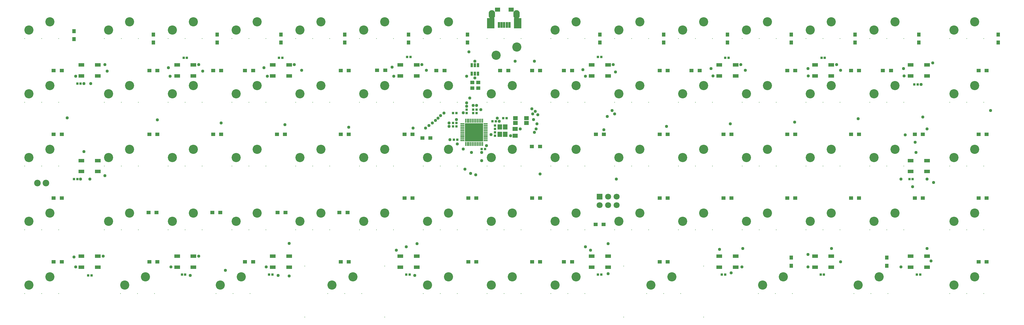
<source format=gbr>
%TF.GenerationSoftware,Altium Limited,Altium Designer,20.2.6 (244)*%
G04 Layer_Color=16711935*
%FSLAX45Y45*%
%MOMM*%
%TF.SameCoordinates,2F107FE3-984A-4B75-92AE-308BEDE16AF6*%
%TF.FilePolarity,Negative*%
%TF.FileFunction,Soldermask,Bot*%
%TF.Part,Single*%
G01*
G75*
%TA.AperFunction,SMDPad,CuDef*%
%ADD50R,0.70000X1.80000*%
%ADD51R,2.30000X3.10000*%
%ADD52R,1.50000X1.20000*%
%ADD53R,1.20000X1.00000*%
%ADD54R,1.70000X1.10000*%
%ADD55R,0.80000X0.80000*%
%ADD56R,0.80000X1.30000*%
%ADD57R,1.00000X1.20000*%
%ADD58R,0.80000X0.80000*%
%ADD59R,1.20000X1.10000*%
%ADD60R,1.35000X1.60000*%
%ADD61R,1.60000X1.20000*%
%ADD62R,1.35000X1.25000*%
%ADD63R,5.50000X5.50000*%
%ADD64R,1.25000X0.45000*%
%ADD65R,0.45000X1.25000*%
%TA.AperFunction,ComponentPad*%
%ADD66O,1.90000X2.60000*%
%ADD67C,2.74000*%
%ADD68C,0.20000*%
%ADD69R,1.80000X1.80000*%
%ADD70C,1.80000*%
%ADD71C,1.97800*%
%TA.AperFunction,ViaPad*%
%ADD72C,0.95000*%
%ADD73C,0.90000*%
D50*
X160000Y410000D02*
D03*
X80000D02*
D03*
X-80000D02*
D03*
X-160000D02*
D03*
X0D02*
D03*
D51*
X400000Y460000D02*
D03*
X-400000D02*
D03*
D52*
X210000Y860000D02*
D03*
X-200000D02*
D03*
D53*
X1072500Y-4762500D02*
D03*
X832500D02*
D03*
X-2205000Y-2975000D02*
D03*
X-2445000D02*
D03*
X-2977500Y-2857500D02*
D03*
X-2737500D02*
D03*
X2970000Y-5550000D02*
D03*
X2730000D02*
D03*
X-4680000Y-5200000D02*
D03*
X-4920000D02*
D03*
X-6530000D02*
D03*
X-6770000D02*
D03*
X-10380000D02*
D03*
X-10620000D02*
D03*
X-8480000D02*
D03*
X-8720000D02*
D03*
X-1072500Y-4762500D02*
D03*
X-832500D02*
D03*
X8452500D02*
D03*
X8692500D02*
D03*
X4642500D02*
D03*
X4882500D02*
D03*
X6547500D02*
D03*
X6787500D02*
D03*
X-3795000Y-950000D02*
D03*
X-3555000D02*
D03*
X830000Y-3225000D02*
D03*
X1070000D02*
D03*
X832500Y-952500D02*
D03*
X1072500D02*
D03*
X-120000D02*
D03*
X120000D02*
D03*
X14407500Y-6667500D02*
D03*
X14167500D02*
D03*
X-4882500Y-2857500D02*
D03*
X-4642500D02*
D03*
X-6787500D02*
D03*
X-6547500D02*
D03*
X-8692500Y-952500D02*
D03*
X-8452500D02*
D03*
X-10597500D02*
D03*
X-10357500D02*
D03*
X-13455000D02*
D03*
X-13214999D02*
D03*
X-2025000D02*
D03*
X-1785000D02*
D03*
X-4882500D02*
D03*
X-4642500D02*
D03*
X-7740000D02*
D03*
X-7500000D02*
D03*
X10357500D02*
D03*
X10597500D02*
D03*
X8692500D02*
D03*
X8452500D02*
D03*
X5595000D02*
D03*
X5835000D02*
D03*
X4642500D02*
D03*
X4882500D02*
D03*
X1785000D02*
D03*
X2025000D02*
D03*
X-8692500Y-2857500D02*
D03*
X-8452500D02*
D03*
X-10597500D02*
D03*
X-10357500D02*
D03*
X-13455000D02*
D03*
X-13214999D02*
D03*
X14167500Y-952500D02*
D03*
X14407500D02*
D03*
X11310000D02*
D03*
X11550000D02*
D03*
X4642500Y-6667500D02*
D03*
X4882500D02*
D03*
X1785000D02*
D03*
X2025000D02*
D03*
X832500D02*
D03*
X1072500D02*
D03*
X-1072500D02*
D03*
X-832500D02*
D03*
X-4882500D02*
D03*
X-4642500D02*
D03*
X-7500000D02*
D03*
X-7740000D02*
D03*
X-10597500D02*
D03*
X-10357500D02*
D03*
X-13455000D02*
D03*
X-13214999D02*
D03*
X14167500Y-4762500D02*
D03*
X14407500D02*
D03*
X12262500D02*
D03*
X12502500D02*
D03*
X10357500D02*
D03*
X10597500D02*
D03*
X-2977500D02*
D03*
X-2737500D02*
D03*
X-13455000D02*
D03*
X-13214999D02*
D03*
X14167500Y-2857500D02*
D03*
X14407500D02*
D03*
X12262500D02*
D03*
X12502500D02*
D03*
X10357500D02*
D03*
X10597500D02*
D03*
X8452500D02*
D03*
X8692500D02*
D03*
X6547500D02*
D03*
X6787500D02*
D03*
X4642500D02*
D03*
X4882500D02*
D03*
X2737500D02*
D03*
X2977500D02*
D03*
D54*
X3102500Y-1117500D02*
D03*
X3102500Y-787500D02*
D03*
X2612500D02*
D03*
X2612500Y-1117500D02*
D03*
X12627500Y-3975000D02*
D03*
X12627500Y-3645000D02*
D03*
X12137500D02*
D03*
X12137500Y-3975000D02*
D03*
Y-1117500D02*
D03*
X12137500Y-787500D02*
D03*
X12627500D02*
D03*
X12627500Y-1117500D02*
D03*
X9770000D02*
D03*
X9770000Y-787500D02*
D03*
X9280000D02*
D03*
X9280000Y-1117500D02*
D03*
X6422500D02*
D03*
X6422500Y-787500D02*
D03*
X6912500D02*
D03*
X6912500Y-1117500D02*
D03*
X-3102500D02*
D03*
X-3102500Y-787500D02*
D03*
X-2612500D02*
D03*
X-2612500Y-1117500D02*
D03*
X-6422500D02*
D03*
X-6422500Y-787500D02*
D03*
X-6912500D02*
D03*
X-6912500Y-1117500D02*
D03*
X-9770000D02*
D03*
X-9770000Y-787500D02*
D03*
X-9280000D02*
D03*
X-9280000Y-1117500D02*
D03*
X-12137500D02*
D03*
X-12137500Y-787500D02*
D03*
X-12627500D02*
D03*
X-12627500Y-1117500D02*
D03*
Y-3975000D02*
D03*
X-12627500Y-3645000D02*
D03*
X-12137500D02*
D03*
X-12137500Y-3975000D02*
D03*
Y-6832500D02*
D03*
X-12137500Y-6502500D02*
D03*
X-12627500D02*
D03*
X-12627500Y-6832500D02*
D03*
X-9770000D02*
D03*
X-9770000Y-6502500D02*
D03*
X-9280000D02*
D03*
X-9280000Y-6832500D02*
D03*
X-6422500D02*
D03*
X-6422500Y-6502500D02*
D03*
X-6912500D02*
D03*
X-6912500Y-6832500D02*
D03*
X-3102500D02*
D03*
X-3102500Y-6502500D02*
D03*
X-2612500D02*
D03*
X-2612500Y-6832500D02*
D03*
X3102500D02*
D03*
X3102500Y-6502500D02*
D03*
X2612500D02*
D03*
X2612500Y-6832500D02*
D03*
X6422500D02*
D03*
X6422500Y-6502500D02*
D03*
X6912500D02*
D03*
X6912500Y-6832500D02*
D03*
X9770000D02*
D03*
X9770000Y-6502500D02*
D03*
X9280000D02*
D03*
X9280000Y-6832500D02*
D03*
X12137500D02*
D03*
X12137500Y-6502500D02*
D03*
X12627500D02*
D03*
X12627500Y-6832500D02*
D03*
D55*
X-25000Y-2375000D02*
D03*
X75000D02*
D03*
X-1525000Y-2225000D02*
D03*
X-1425000D02*
D03*
X-6625000Y-575000D02*
D03*
X-6725000D02*
D03*
X-2800000Y-550000D02*
D03*
X-2900000D02*
D03*
X6700000Y-575000D02*
D03*
X6600000D02*
D03*
X9575000D02*
D03*
X9475000D02*
D03*
X-350000Y-2475000D02*
D03*
X-250000D02*
D03*
X-1425000Y-2525000D02*
D03*
X-1525000D02*
D03*
X-1425000Y-2625000D02*
D03*
X-1525000D02*
D03*
X-675000Y-3300000D02*
D03*
X-575000D02*
D03*
X-1400000Y-3025000D02*
D03*
X-1500000D02*
D03*
X-9525000Y-7050000D02*
D03*
X-9625000D02*
D03*
X2800000Y-550000D02*
D03*
X2900000D02*
D03*
X12250000Y-1375000D02*
D03*
X12350000D02*
D03*
X12100000Y-4200000D02*
D03*
X12200000D02*
D03*
X12325000Y-7050000D02*
D03*
X12425000D02*
D03*
X9450000D02*
D03*
X9550000D02*
D03*
X2800000D02*
D03*
X2900000D02*
D03*
X-2925000D02*
D03*
X-2825000D02*
D03*
X6500000D02*
D03*
X6600000D02*
D03*
X-7025000D02*
D03*
X-6925000D02*
D03*
X-12425000Y-7075000D02*
D03*
X-12325000D02*
D03*
X-9575000Y-575000D02*
D03*
X-9475000D02*
D03*
X-12750000Y-1350000D02*
D03*
X-12650000D02*
D03*
X-12850000Y-4200000D02*
D03*
X-12750000D02*
D03*
D56*
X-970000Y-800000D02*
D03*
X-875000D02*
D03*
X-780000D02*
D03*
Y-1050000D02*
D03*
X-875000D02*
D03*
X-970000D02*
D03*
D57*
X-1100000Y-120000D02*
D03*
Y120000D02*
D03*
X-6667500D02*
D03*
Y-120000D02*
D03*
X2857500Y120000D02*
D03*
Y-120000D02*
D03*
X11430000Y-6787500D02*
D03*
Y-6547500D02*
D03*
X-2857500Y120000D02*
D03*
Y-120000D02*
D03*
X-4762500Y120000D02*
D03*
Y-120000D02*
D03*
X-8572500Y120000D02*
D03*
Y-120000D02*
D03*
X-10477500Y120000D02*
D03*
Y-120000D02*
D03*
X-12850000Y220000D02*
D03*
Y-20000D02*
D03*
X10477500Y120000D02*
D03*
Y-120000D02*
D03*
X8572500Y120000D02*
D03*
Y-120000D02*
D03*
X6667500Y120000D02*
D03*
Y-120000D02*
D03*
X4762500Y120000D02*
D03*
Y-120000D02*
D03*
X14750000Y120000D02*
D03*
Y-120000D02*
D03*
X12382500Y120000D02*
D03*
Y-120000D02*
D03*
X8572500Y-6787500D02*
D03*
Y-6547500D02*
D03*
D58*
X-925000Y-2225000D02*
D03*
Y-2125000D02*
D03*
X-825000Y-2225000D02*
D03*
Y-2125000D02*
D03*
X-1125000Y-2225000D02*
D03*
Y-2125000D02*
D03*
X-275000Y-2600000D02*
D03*
Y-2700000D02*
D03*
Y-2800000D02*
D03*
Y-2900000D02*
D03*
D59*
X-950000Y-1485000D02*
D03*
Y-1315000D02*
D03*
X-775000Y-1485000D02*
D03*
Y-1315000D02*
D03*
D60*
X30000Y-2640000D02*
D03*
Y-2860000D02*
D03*
X-130000D02*
D03*
Y-2640000D02*
D03*
D61*
X325000Y-2900000D02*
D03*
Y-2700000D02*
D03*
D62*
X332500Y-2522500D02*
D03*
Y-2377500D02*
D03*
X667500Y-2522500D02*
D03*
Y-2377500D02*
D03*
D63*
X-900000Y-2800000D02*
D03*
D64*
X-1247500Y-2550000D02*
D03*
Y-2600000D02*
D03*
Y-2650000D02*
D03*
Y-2700000D02*
D03*
Y-2750000D02*
D03*
Y-2800000D02*
D03*
Y-2850000D02*
D03*
Y-2900000D02*
D03*
Y-2950000D02*
D03*
Y-3000000D02*
D03*
Y-3050000D02*
D03*
X-552500D02*
D03*
Y-3000000D02*
D03*
Y-2950000D02*
D03*
Y-2900000D02*
D03*
Y-2850000D02*
D03*
Y-2800000D02*
D03*
Y-2750000D02*
D03*
Y-2700000D02*
D03*
Y-2650000D02*
D03*
Y-2600000D02*
D03*
Y-2550000D02*
D03*
D65*
X-1150000Y-3147500D02*
D03*
X-1100000D02*
D03*
X-1050000D02*
D03*
X-1000000D02*
D03*
X-950000D02*
D03*
X-900000D02*
D03*
X-850000D02*
D03*
X-800000D02*
D03*
X-750000D02*
D03*
X-700000D02*
D03*
X-650000D02*
D03*
Y-2452500D02*
D03*
X-700000D02*
D03*
X-750000D02*
D03*
X-800000D02*
D03*
X-850000D02*
D03*
X-900000D02*
D03*
X-950000D02*
D03*
X-1000000D02*
D03*
X-1050000D02*
D03*
X-1100000D02*
D03*
X-1150000D02*
D03*
D66*
X-365000Y720000D02*
D03*
X365000D02*
D03*
D67*
X5956889Y-5212917D02*
D03*
X5334000Y-5461000D02*
D03*
X-241889Y-502083D02*
D03*
X381000Y-254000D02*
D03*
X11049000Y254000D02*
D03*
X11671889Y502083D02*
D03*
Y-1402917D02*
D03*
X11049000Y-1651000D02*
D03*
X-14192250Y-3556000D02*
D03*
X-13569360Y-3307917D02*
D03*
X11049000Y-3556000D02*
D03*
X11671889Y-3307917D02*
D03*
X13430251Y-3556000D02*
D03*
X14053139Y-3307917D02*
D03*
X1524000Y-7366000D02*
D03*
X2146889Y-7117917D02*
D03*
X5004389D02*
D03*
X4381500Y-7366000D02*
D03*
X14053139Y-7117917D02*
D03*
X13430251Y-7366000D02*
D03*
X14053139Y-1402917D02*
D03*
X13430251Y-1651000D02*
D03*
X-5143500Y-7366000D02*
D03*
X-4520611Y-7117917D02*
D03*
X-11811000Y254000D02*
D03*
X-11188111Y502083D02*
D03*
X-9283111D02*
D03*
X-9906000Y254000D02*
D03*
X-8001000D02*
D03*
X-7378111Y502083D02*
D03*
X-5473111D02*
D03*
X-6096000Y254000D02*
D03*
X-4191000D02*
D03*
X-3568111Y502083D02*
D03*
X-1663111D02*
D03*
X-2286000Y254000D02*
D03*
X1524000D02*
D03*
X2146889Y502083D02*
D03*
X4051889D02*
D03*
X3429000Y254000D02*
D03*
X5334000D02*
D03*
X5956889Y502083D02*
D03*
X7861889D02*
D03*
X7239000Y254000D02*
D03*
X9144000D02*
D03*
X9766889Y502083D02*
D03*
X10572750Y-7366000D02*
D03*
X11195639Y-7117917D02*
D03*
X7715250Y-7366000D02*
D03*
X8338139Y-7117917D02*
D03*
X241889D02*
D03*
X-381000Y-7366000D02*
D03*
X-1663111Y-7117917D02*
D03*
X-2286000Y-7366000D02*
D03*
X-8477250D02*
D03*
X-7854361Y-7117917D02*
D03*
X-11334750Y-7366000D02*
D03*
X-10711861Y-7117917D02*
D03*
X-14192250Y-7366000D02*
D03*
X-13569360Y-7117917D02*
D03*
X-14192250Y-5461000D02*
D03*
X-13569360Y-5212917D02*
D03*
X-11188111D02*
D03*
X-11811000Y-5461000D02*
D03*
X-9283111Y-5212917D02*
D03*
X-9906000Y-5461000D02*
D03*
X-7378111Y-5212917D02*
D03*
X-8001000Y-5461000D02*
D03*
X-5473111Y-5212917D02*
D03*
X-6096000Y-5461000D02*
D03*
X-3568111Y-5212917D02*
D03*
X-4191000Y-5461000D02*
D03*
X-1663111Y-5212917D02*
D03*
X-2286000Y-5461000D02*
D03*
X241889Y-5212917D02*
D03*
X-381000Y-5461000D02*
D03*
X2146889Y-5212917D02*
D03*
X1524000Y-5461000D02*
D03*
X4051889Y-5212917D02*
D03*
X3429000Y-5461000D02*
D03*
X7861889Y-5212917D02*
D03*
X7239000Y-5461000D02*
D03*
X9766889Y-5212917D02*
D03*
X9144000Y-5461000D02*
D03*
X11671889Y-5212917D02*
D03*
X11049000Y-5461000D02*
D03*
X13430251D02*
D03*
X14053139Y-5212917D02*
D03*
X9766889Y-3307917D02*
D03*
X9144000Y-3556000D02*
D03*
X7861889Y-3307917D02*
D03*
X7239000Y-3556000D02*
D03*
X5956889Y-3307917D02*
D03*
X5334000Y-3556000D02*
D03*
X4051889Y-3307917D02*
D03*
X3429000Y-3556000D02*
D03*
X2146889Y-3307917D02*
D03*
X1524000Y-3556000D02*
D03*
X241889Y-3307917D02*
D03*
X-381000Y-3556000D02*
D03*
X-1663111Y-3307917D02*
D03*
X-2286000Y-3556000D02*
D03*
X-3568111Y-3307917D02*
D03*
X-4191000Y-3556000D02*
D03*
X-5473111Y-3307917D02*
D03*
X-6096000Y-3556000D02*
D03*
X-7378111Y-3307917D02*
D03*
X-8001000Y-3556000D02*
D03*
X-9283111Y-3307917D02*
D03*
X-9906000Y-3556000D02*
D03*
X-11188111Y-3307917D02*
D03*
X-11811000Y-3556000D02*
D03*
X-14192250Y-1651000D02*
D03*
X-13569360Y-1402917D02*
D03*
X-11811000Y-1651000D02*
D03*
X-11188111Y-1402917D02*
D03*
X-9906000Y-1651000D02*
D03*
X-9283111Y-1402917D02*
D03*
X-8001000Y-1651000D02*
D03*
X-7378111Y-1402917D02*
D03*
X-6096000Y-1651000D02*
D03*
X-5473111Y-1402917D02*
D03*
X-4191000Y-1651000D02*
D03*
X-3568111Y-1402917D02*
D03*
X-2286000Y-1651000D02*
D03*
X-1663111Y-1402917D02*
D03*
X-381000Y-1651000D02*
D03*
X241889Y-1402917D02*
D03*
X1524000Y-1651000D02*
D03*
X2146889Y-1402917D02*
D03*
X3429000Y-1651000D02*
D03*
X4051889Y-1402917D02*
D03*
X5334000Y-1651000D02*
D03*
X5956889Y-1402917D02*
D03*
X7239000Y-1651000D02*
D03*
X7861889Y-1402917D02*
D03*
X9144000Y-1651000D02*
D03*
X9766889Y-1402917D02*
D03*
X13430251Y254000D02*
D03*
X14053139Y502083D02*
D03*
X-14192250Y254000D02*
D03*
X-13569360Y502083D02*
D03*
D68*
X6223000Y-5715000D02*
D03*
X5207000D02*
D03*
X5715000D02*
D03*
X-508000Y0D02*
D03*
X508000D02*
D03*
X0D02*
D03*
X11430000D02*
D03*
X10922000D02*
D03*
X11938000D02*
D03*
Y-1905000D02*
D03*
X10922000D02*
D03*
X11430000D02*
D03*
X-13811250Y-3810000D02*
D03*
X-14319250D02*
D03*
X-13303250D02*
D03*
X11430000D02*
D03*
X10922000D02*
D03*
X11938000D02*
D03*
X13811250D02*
D03*
X13303250D02*
D03*
X14319250D02*
D03*
X1905000Y-7620000D02*
D03*
X1397000D02*
D03*
X2413000D02*
D03*
X5270500D02*
D03*
X4254500D02*
D03*
X4762500D02*
D03*
X3568700Y-8318500D02*
D03*
Y-6794500D02*
D03*
X5956300Y-8318500D02*
D03*
Y-6794500D02*
D03*
X14319250Y-7620000D02*
D03*
X13303250D02*
D03*
X13811250D02*
D03*
X14319250Y-1905000D02*
D03*
X13303250D02*
D03*
X13811250D02*
D03*
X-3568700Y-6794500D02*
D03*
Y-8318500D02*
D03*
X-5956300Y-6794500D02*
D03*
Y-8318500D02*
D03*
X-4762500Y-7620000D02*
D03*
X-5270500D02*
D03*
X-4254500D02*
D03*
X-11430000Y0D02*
D03*
X-11938000D02*
D03*
X-10922000D02*
D03*
X-9017000D02*
D03*
X-10033000D02*
D03*
X-9525000D02*
D03*
X-7620000D02*
D03*
X-8128000D02*
D03*
X-7112000D02*
D03*
X-5207000D02*
D03*
X-6223000D02*
D03*
X-5715000D02*
D03*
X-3810000D02*
D03*
X-4318000D02*
D03*
X-3302000D02*
D03*
X-1397000D02*
D03*
X-2413000D02*
D03*
X-1905000D02*
D03*
X1905000D02*
D03*
X1397000D02*
D03*
X2413000D02*
D03*
X4318000D02*
D03*
X3302000D02*
D03*
X3810000D02*
D03*
X5715000D02*
D03*
X5207000D02*
D03*
X6223000D02*
D03*
X8128000D02*
D03*
X7112000D02*
D03*
X7620000D02*
D03*
X9525000D02*
D03*
X9017000D02*
D03*
X10033000D02*
D03*
X10953750Y-7620000D02*
D03*
X10445750D02*
D03*
X11461750D02*
D03*
X8096250D02*
D03*
X7588250D02*
D03*
X8604250D02*
D03*
X508000D02*
D03*
X-508000D02*
D03*
X0D02*
D03*
X-1397000D02*
D03*
X-2413000D02*
D03*
X-1905000D02*
D03*
X-8096250D02*
D03*
X-8604250D02*
D03*
X-7588250D02*
D03*
X-10953750D02*
D03*
X-11461750D02*
D03*
X-10445750D02*
D03*
X-13811250D02*
D03*
X-14319250D02*
D03*
X-13303250D02*
D03*
X-13811250Y-5715000D02*
D03*
X-14319250D02*
D03*
X-13303250D02*
D03*
X-10922000D02*
D03*
X-11938000D02*
D03*
X-11430000D02*
D03*
X-9017000D02*
D03*
X-10033000D02*
D03*
X-9525000D02*
D03*
X-7112000D02*
D03*
X-8128000D02*
D03*
X-7620000D02*
D03*
X-5207000D02*
D03*
X-6223000D02*
D03*
X-5715000D02*
D03*
X-3302000D02*
D03*
X-4318000D02*
D03*
X-3810000D02*
D03*
X-1397000D02*
D03*
X-2413000D02*
D03*
X-1905000D02*
D03*
X508000D02*
D03*
X-508000D02*
D03*
X0D02*
D03*
X2413000D02*
D03*
X1397000D02*
D03*
X1905000D02*
D03*
X4318000D02*
D03*
X3302000D02*
D03*
X3810000D02*
D03*
X8128000D02*
D03*
X7112000D02*
D03*
X7620000D02*
D03*
X10033000D02*
D03*
X9017000D02*
D03*
X9525000D02*
D03*
X11938000D02*
D03*
X10922000D02*
D03*
X11430000D02*
D03*
X13811250D02*
D03*
X13303250D02*
D03*
X14319250D02*
D03*
X10033000Y-3810000D02*
D03*
X9017000D02*
D03*
X9525000D02*
D03*
X8128000D02*
D03*
X7112000D02*
D03*
X7620000D02*
D03*
X6223000D02*
D03*
X5207000D02*
D03*
X5715000D02*
D03*
X4318000D02*
D03*
X3302000D02*
D03*
X3810000D02*
D03*
X2413000D02*
D03*
X1397000D02*
D03*
X1905000D02*
D03*
X508000D02*
D03*
X-508000D02*
D03*
X0D02*
D03*
X-1397000D02*
D03*
X-2413000D02*
D03*
X-1905000D02*
D03*
X-3302000D02*
D03*
X-4318000D02*
D03*
X-3810000D02*
D03*
X-5207000D02*
D03*
X-6223000D02*
D03*
X-5715000D02*
D03*
X-7112000D02*
D03*
X-8128000D02*
D03*
X-7620000D02*
D03*
X-9017000D02*
D03*
X-10033000D02*
D03*
X-9525000D02*
D03*
X-10922000D02*
D03*
X-11938000D02*
D03*
X-11430000D02*
D03*
X-13811250Y-1905000D02*
D03*
X-14319250D02*
D03*
X-13303250D02*
D03*
X-11430000D02*
D03*
X-11938000D02*
D03*
X-10922000D02*
D03*
X-9525000D02*
D03*
X-10033000D02*
D03*
X-9017000D02*
D03*
X-7620000D02*
D03*
X-8128000D02*
D03*
X-7112000D02*
D03*
X-5715000D02*
D03*
X-6223000D02*
D03*
X-5207000D02*
D03*
X-3810000D02*
D03*
X-4318000D02*
D03*
X-3302000D02*
D03*
X-1905000D02*
D03*
X-2413000D02*
D03*
X-1397000D02*
D03*
X0D02*
D03*
X-508000D02*
D03*
X508000D02*
D03*
X1905000D02*
D03*
X1397000D02*
D03*
X2413000D02*
D03*
X3810000D02*
D03*
X3302000D02*
D03*
X4318000D02*
D03*
X5715000D02*
D03*
X5207000D02*
D03*
X6223000D02*
D03*
X7620000D02*
D03*
X7112000D02*
D03*
X8128000D02*
D03*
X9525000D02*
D03*
X9017000D02*
D03*
X10033000D02*
D03*
X13811250Y0D02*
D03*
X13303250D02*
D03*
X14319250D02*
D03*
X-13811250D02*
D03*
X-14319250D02*
D03*
X-13303250D02*
D03*
D69*
X2846000Y-4723000D02*
D03*
D70*
Y-4977000D02*
D03*
X3100000Y-4723000D02*
D03*
Y-4977000D02*
D03*
X3354000Y-4723000D02*
D03*
Y-4977000D02*
D03*
D71*
X-13684250Y-4318000D02*
D03*
X-13938251D02*
D03*
D72*
X-875000Y-1175000D02*
D03*
Y-675000D02*
D03*
X-1400000Y-3150000D02*
D03*
X-1625000Y-3025000D02*
D03*
X-1025000Y-1775000D02*
D03*
X-825000Y-2000000D02*
D03*
X-925000D02*
D03*
X7100000Y-6825000D02*
D03*
X-2925000Y-6225000D02*
D03*
X-1125000Y-1125000D02*
D03*
X-1050000Y-400000D02*
D03*
X2350000Y-927500D02*
D03*
X3225000Y-2150000D02*
D03*
X3300000Y-2250000D02*
D03*
X3075000Y-2325000D02*
D03*
X4850000Y-2625000D02*
D03*
X975000Y-2547500D02*
D03*
X2975000Y-2725000D02*
D03*
X1000000Y-2275000D02*
D03*
X850000Y-2250000D02*
D03*
X925000Y-2175000D02*
D03*
X825000Y-2100000D02*
D03*
X3350000Y-4200000D02*
D03*
X-1125000Y-1919613D02*
D03*
X-1225000Y-3300000D02*
D03*
X-1175000Y-3900000D02*
D03*
X-975000Y-3400000D02*
D03*
X-1004801Y-4029801D02*
D03*
X-850000Y-4075000D02*
D03*
X-675845Y-3650000D02*
D03*
X-525000Y-3197500D02*
D03*
X-675000Y-3400000D02*
D03*
X194244Y-2900000D02*
D03*
X475000Y-2700000D02*
D03*
X1075000Y-4050000D02*
D03*
X-12550000Y-1350000D02*
D03*
X-12350000D02*
D03*
X-12375000Y-4200708D02*
D03*
X-12650000Y-4200000D02*
D03*
X-12849251Y-6524251D02*
D03*
X-12800000Y-6825000D02*
D03*
X-6422509Y-7097509D02*
D03*
X12200000Y-4425000D02*
D03*
X12450000Y-1375000D02*
D03*
X12502500Y-2346880D02*
D03*
X900000Y-675000D02*
D03*
X325000D02*
D03*
X-10357500Y-2432380D02*
D03*
X-8452500Y-2520806D02*
D03*
X-6547500Y-2573179D02*
D03*
X-4642500Y-2652501D02*
D03*
X-208937Y-2375000D02*
D03*
X-700000Y-2125000D02*
D03*
X-1222145Y-2222145D02*
D03*
X900000Y-2800000D02*
D03*
X950000Y-2700000D02*
D03*
X-391538Y-2866538D02*
D03*
X875000Y-2425000D02*
D03*
X-1425000D02*
D03*
X-2350000Y-2675000D02*
D03*
X-2725000Y-2676756D02*
D03*
X-2150000Y-2525000D02*
D03*
X-2050000Y-2450000D02*
D03*
X-1650000Y-2625000D02*
D03*
X-2250000Y-2600000D02*
D03*
X-1800000Y-2225000D02*
D03*
X-1975000Y-2375000D02*
D03*
X-1900000Y-2300000D02*
D03*
X8675000Y-2500000D02*
D03*
X11850000Y-4200000D02*
D03*
X12825000Y-4300000D02*
D03*
X-9123750Y-781250D02*
D03*
X-6266250D02*
D03*
X-2456250D02*
D03*
X3258750D02*
D03*
X9926250D02*
D03*
X7068750D02*
D03*
X12800000Y-725000D02*
D03*
X-3350000Y-852500D02*
D03*
X-11925000Y-775000D02*
D03*
X-10032500Y-875000D02*
D03*
X-7175000D02*
D03*
X-11857500Y-975000D02*
D03*
X-9000000D02*
D03*
X-6050000Y-950000D02*
D03*
X-2325000D02*
D03*
X-12800000Y-1125000D02*
D03*
X-9975000D02*
D03*
X-7075000D02*
D03*
X-3300000D02*
D03*
X6175000Y-900000D02*
D03*
X3325000Y-1000000D02*
D03*
X9075000Y-900000D02*
D03*
X7200000Y-950000D02*
D03*
X10050000D02*
D03*
X11925000Y-900000D02*
D03*
X12626250Y-4198750D02*
D03*
X-6750000Y-7075000D02*
D03*
X-8325000Y-6925000D02*
D03*
X-9126250Y-6501250D02*
D03*
X-9375000Y-7075000D02*
D03*
X-9950000Y-6825000D02*
D03*
X-2675000Y-7075000D02*
D03*
X-3225000Y-6325000D02*
D03*
X3101250Y-7023750D02*
D03*
X2575000Y-6325000D02*
D03*
X6775000Y-7000000D02*
D03*
X6429394Y-6300000D02*
D03*
X10050000Y-6675000D02*
D03*
X9075000Y-6450000D02*
D03*
X12750000Y-6650000D02*
D03*
X11975000Y-2875000D02*
D03*
X12300000Y-3400000D02*
D03*
X12625000Y-2700000D02*
D03*
X12275000Y-3100000D02*
D03*
X9775000Y-6275000D02*
D03*
X7125000D02*
D03*
X3101250Y-6126250D02*
D03*
X-2606250Y-6131250D02*
D03*
X-6425000Y-6125000D02*
D03*
X-11976250Y-6501250D02*
D03*
X12626250Y-6276250D02*
D03*
X2425000Y-6225000D02*
D03*
X9082500Y-1117500D02*
D03*
X6232500D02*
D03*
X2425000Y-1125000D02*
D03*
X11942500Y-1117500D02*
D03*
X11850000Y-6825000D02*
D03*
X9075000D02*
D03*
X-7104367D02*
D03*
X-150000Y-2475000D02*
D03*
X6750000Y-2550000D02*
D03*
X10575000Y-2400000D02*
D03*
X14525000Y-2150000D02*
D03*
X-11925000Y-4100000D02*
D03*
X-12550000Y-3375000D02*
D03*
X-1650000Y-2525000D02*
D03*
X-13050000Y-2373279D02*
D03*
X-1125000Y-2025000D02*
D03*
D73*
X-735000Y-2965000D02*
D03*
Y-2855000D02*
D03*
Y-2745000D02*
D03*
Y-2635000D02*
D03*
X-845000Y-2965000D02*
D03*
Y-2855000D02*
D03*
Y-2745000D02*
D03*
Y-2635000D02*
D03*
X-955000Y-2965000D02*
D03*
Y-2855000D02*
D03*
Y-2745000D02*
D03*
Y-2635000D02*
D03*
X-1065000Y-2965000D02*
D03*
Y-2855000D02*
D03*
Y-2745000D02*
D03*
Y-2635000D02*
D03*
%TF.MD5,8f06c4aba148cc823d9865a5af7af921*%
M02*

</source>
